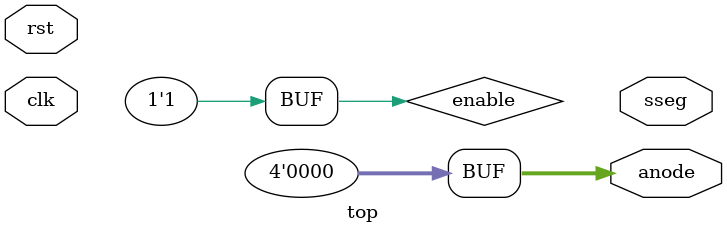
<source format=v>
`timescale 1ns / 1ps

module top(clk, rst, sseg, anode);

input clk, rst;
output [7:0] sseg;
output [3:0] anode;

wire enable = 1'b1; ///////
reg [4:0] addr;
wire [7:0] dout;

reg [3:0] state_current, state_next;

always@(posedge clk) begin
	if(rst) begin
		state_current <= 0;
	end
	else begin
		state_current <= state_next;
	end
end

always@(*) begin
	state_next = state_current;
	case(state_current)
		0:begin
			addr = 22; // O
			if (enable == 1'b1) begin
				state_next = state_current + 1;
			end
		end

		1:begin
			addr = 16; // G
			if (enable == 1'b1) begin
				state_next = state_current + 1;
			end
		end

		2:begin
			addr = 27; // U
			if (enable == 1'b1) begin
				state_next = state_current + 1;
			end
		end

		3:begin
			addr = 29; // Z
			if (enable == 1'b1) begin
				state_next = 0;
			end
		end
	endcase
end

assign sseg1 = dout;
assign anode = 4'b0000;

//slowdown_unit inst_1(.clk(clk), .rst(rst), .enable(enable));

character_rom inst_2(
  .clka(clk), // input clka
  .addra(addr), // input [4 : 0] addra
  .douta(dout) // output [7 : 0] douta
);


endmodule

</source>
